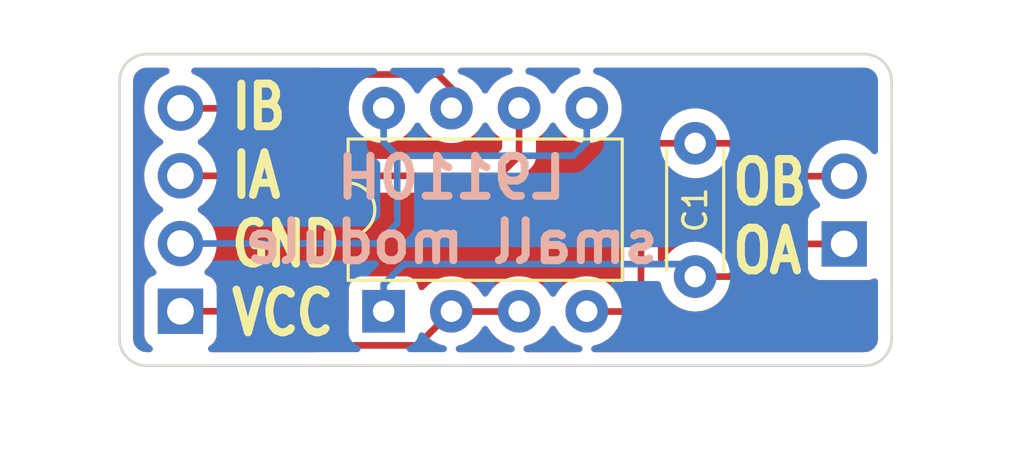
<source format=kicad_pcb>
(kicad_pcb (version 20211014) (generator pcbnew)
  (layers (0 "F.Cu" signal) (31 "B.Cu" signal) (34 "B.Paste" user) (35 "F.Paste" user) (36 "B.SilkS" user "B.Silkscreen") (37 "F.SilkS" user "F.Silkscreen") (38 "B.Mask" user) (39 "F.Mask" user) (44 "Edge.Cuts" user))
  (net 0 "")
  (net 1 "Net-(C1-Pad1)")
  (net 2 "Net-(C1-Pad2)")
  (net 3 "Net-(J1-Pad1)")
  (net 4 "Net-(J1-Pad2)")
  (net 5 "Net-(J1-Pad3)")
  (net 6 "Net-(J1-Pad4)")
  (footprint "Connector_PinHeader_2.54mm:PinHeader_1x04_P2.54mm_Vertical" (layer "F.Cu") (at 106.68 107.432 180)
    (fp_text reference "J1" hide)
    (fp_text value "Conn_01x04_Male")
    (pad "1" thru_hole rect (at 0 0 180) (size 1.7 1.7) (drill 1) (layers *.Cu *.Mask) (net 3 "Net-(J1-Pad1)"))
    (pad "2" thru_hole oval (at 0 2.54 180) (size 1.7 1.7) (drill 1) (layers *.Cu *.Mask) (net 4 "Net-(J1-Pad2)"))
    (pad "3" thru_hole oval (at 0 5.08 180) (size 1.7 1.7) (drill 1) (layers *.Cu *.Mask) (net 5 "Net-(J1-Pad3)"))
    (pad "4" thru_hole oval (at 0 7.62 180) (size 1.7 1.7) (drill 1) (layers *.Cu *.Mask) (net 6 "Net-(J1-Pad4)"))
  )
  (footprint "Capacitor_THT:C_Disc_D4.3mm_W1.9mm_P5.00mm" (layer "F.Cu") (at 125.984 106.132 90)
    (fp_text reference "C1" hide)
    (fp_text value "C")
    (fp_text user "${REFERENCE}" (at 2.5 0 90) (layer "F.SilkS") (effects (font (size 0.86 0.86) (thickness 0.129))))
    (fp_line (start 4.77 1.055) (end 4.77 1.07) (layer "F.SilkS") (width 0.12))
    (fp_line (start 0.23 1.07) (end 4.77 1.07) (layer "F.SilkS") (width 0.12))
    (fp_line (start 4.77 -1.07) (end 4.77 -1.055) (layer "F.SilkS") (width 0.12))
    (fp_line (start 0.23 -1.07) (end 0.23 -1.055) (layer "F.SilkS") (width 0.12))
    (fp_line (start 0.23 -1.07) (end 4.77 -1.07) (layer "F.SilkS") (width 0.12))
    (fp_line (start 0.23 1.055) (end 0.23 1.07) (layer "F.SilkS") (width 0.12))
    (pad "1" thru_hole circle (at 0 0 90) (size 1.6 1.6) (drill 0.8) (layers *.Cu *.Mask) (net 1 "Net-(C1-Pad1)"))
    (pad "2" thru_hole circle (at 5 0 90) (size 1.6 1.6) (drill 0.8) (layers *.Cu *.Mask) (net 2 "Net-(C1-Pad2)"))
  )
  (footprint "Package_DIP:DIP-8_W7.62mm" (layer "F.Cu") (at 114.3 107.432 90)
    (fp_text reference "U1" hide)
    (fp_text value "L9110H")
    (fp_line (start 6.46 -1.33) (end 4.81 -1.33) (layer "F.SilkS") (width 0.12))
    (fp_line (start 1.16 8.95) (end 6.46 8.95) (layer "F.SilkS") (width 0.12))
    (fp_line (start 1.16 -1.33) (end 1.16 8.95) (layer "F.SilkS") (width 0.12))
    (fp_line (start 6.46 8.95) (end 6.46 -1.33) (layer "F.SilkS") (width 0.12))
    (fp_line (start 2.81 -1.33) (end 1.16 -1.33) (layer "F.SilkS") (width 0.12))
    (fp_arc (start 4.81 -1.33) (mid 3.81 -0.33) (end 2.81 -1.33) (layer "F.SilkS") (width 0.12))
    (pad "1" thru_hole rect (at 0 0 90) (size 1.6 1.6) (drill 0.8) (layers *.Cu *.Mask) (net 1 "Net-(C1-Pad1)"))
    (pad "2" thru_hole oval (at 0 2.54 90) (size 1.6 1.6) (drill 0.8) (layers *.Cu *.Mask) (net 3 "Net-(J1-Pad1)"))
    (pad "3" thru_hole oval (at 0 5.08 90) (size 1.6 1.6) (drill 0.8) (layers *.Cu *.Mask) (net 3 "Net-(J1-Pad1)"))
    (pad "4" thru_hole oval (at 0 7.62 90) (size 1.6 1.6) (drill 0.8) (layers *.Cu *.Mask) (net 2 "Net-(C1-Pad2)"))
    (pad "5" thru_hole oval (at 7.62 7.62 90) (size 1.6 1.6) (drill 0.8) (layers *.Cu *.Mask) (net 4 "Net-(J1-Pad2)"))
    (pad "6" thru_hole oval (at 7.62 5.08 90) (size 1.6 1.6) (drill 0.8) (layers *.Cu *.Mask) (net 5 "Net-(J1-Pad3)"))
    (pad "7" thru_hole oval (at 7.62 2.54 90) (size 1.6 1.6) (drill 0.8) (layers *.Cu *.Mask) (net 6 "Net-(J1-Pad4)"))
    (pad "8" thru_hole oval (at 7.62 0 90) (size 1.6 1.6) (drill 0.8) (layers *.Cu *.Mask) (net 4 "Net-(J1-Pad2)"))
  )
  (footprint "Connector_PinHeader_2.54mm:PinHeader_1x02_P2.54mm_Vertical" (layer "F.Cu") (at 131.572 104.907 180)
    (fp_text reference "J2" hide)
    (fp_text value "Conn_01x02_Male")
    (pad "1" thru_hole rect (at 0 0 180) (size 1.7 1.7) (drill 1) (layers *.Cu *.Mask) (net 1 "Net-(C1-Pad1)"))
    (pad "2" thru_hole oval (at 0 2.54 180) (size 1.7 1.7) (drill 1) (layers *.Cu *.Mask) (net 2 "Net-(C1-Pad2)"))
  )
  (gr_line (start 132.334 97.79) (end 105.41 97.79) (layer "Edge.Cuts") (width 0.1))
  (gr_line (start 133.35 108.458) (end 133.35 98.806) (layer "Edge.Cuts") (width 0.1))
  (gr_line (start 105.41 109.474) (end 132.334 109.474) (layer "Edge.Cuts") (width 0.1))
  (gr_arc (start 105.41 109.474) (mid 104.69158 109.17642) (end 104.394 108.458) (layer "Edge.Cuts") (width 0.1))
  (gr_arc (start 132.334 97.79) (mid 133.05242 98.08758) (end 133.35 98.806) (layer "Edge.Cuts") (width 0.1))
  (gr_line (start 104.394 108.458) (end 104.394 98.806) (layer "Edge.Cuts") (width 0.1))
  (gr_arc (start 133.35 108.458) (mid 133.05242 109.17642) (end 132.334 109.474) (layer "Edge.Cuts") (width 0.1))
  (gr_arc (start 104.394 98.806) (mid 104.69158 98.08758) (end 105.41 97.79) (layer "Edge.Cuts") (width 0.1))
  (gr_text "L9110H\nsmall module" (at 116.84 103.632) (layer "B.SilkS") (effects (font (size 1.5 1.5) (thickness 0.3)) (justify mirror)))
  (gr_text "IB\nIA\nGND\nVCC" (at 108.458 103.632) (layer "F.SilkS") (effects (font (size 1.6 1.3) (thickness 0.3)) (justify left)))
  (gr_text "OB\nOA" (at 127.254 103.886) (layer "F.SilkS") (effects (font (size 1.6 1.3) (thickness 0.3)) (justify left)))
  (segment (start 125.984 106.132) (end 127.294 106.132) (width 0.25) (layer "F.Cu") (net 1))
  (segment (start 128.519 104.907) (end 131.572 104.907) (width 0.25) (layer "F.Cu") (net 1))
  (segment (start 127.294 106.132) (end 128.519 104.907) (width 0.25) (layer "F.Cu") (net 1))
  (segment (start 114.3 106.426) (end 114.3 107.442) (width 0.25) (layer "B.Cu") (net 1))
  (segment (start 115.062 105.664) (end 114.3 106.426) (width 0.25) (layer "B.Cu") (net 1))
  (segment (start 125.984 106.132) (end 125.516 105.664) (width 0.25) (layer "B.Cu") (net 1))
  (segment (start 125.516 105.664) (end 115.062 105.664) (width 0.25) (layer "B.Cu") (net 1))
  (segment (start 123.444 107.442) (end 123.952 106.934) (width 0.25) (layer "F.Cu") (net 2))
  (segment (start 125.984 101.132) (end 127.294 101.132) (width 0.25) (layer "F.Cu") (net 2))
  (segment (start 128.529 102.367) (end 131.572 102.367) (width 0.25) (layer "F.Cu") (net 2))
  (segment (start 127.294 101.132) (end 128.529 102.367) (width 0.25) (layer "F.Cu") (net 2))
  (segment (start 124.42 101.132) (end 125.984 101.132) (width 0.25) (layer "F.Cu") (net 2))
  (segment (start 123.952 101.6) (end 124.42 101.132) (width 0.25) (layer "F.Cu") (net 2))
  (segment (start 121.92 107.442) (end 123.444 107.442) (width 0.25) (layer "F.Cu") (net 2))
  (segment (start 123.952 106.934) (end 123.952 101.6) (width 0.25) (layer "F.Cu") (net 2))
  (segment (start 115.57 108.712) (end 112.776 108.712) (width 0.25) (layer "F.Cu") (net 3))
  (segment (start 112.776 108.712) (end 111.496 107.432) (width 0.25) (layer "F.Cu") (net 3))
  (segment (start 119.38 107.442) (end 116.84 107.442) (width 0.25) (layer "F.Cu") (net 3))
  (segment (start 116.84 107.442) (end 115.57 108.712) (width 0.25) (layer "F.Cu") (net 3))
  (segment (start 111.496 107.432) (end 106.68 107.432) (width 0.25) (layer "F.Cu") (net 3))
  (segment (start 114.808 104.14) (end 114.056 104.892) (width 0.25) (layer "B.Cu") (net 4))
  (segment (start 114.808 101.6) (end 114.3 101.092) (width 0.25) (layer "B.Cu") (net 4))
  (segment (start 121.412 101.6) (end 114.808 101.6) (width 0.25) (layer "B.Cu") (net 4))
  (segment (start 114.3 101.092) (end 114.3 99.822) (width 0.25) (layer "B.Cu") (net 4))
  (segment (start 121.92 99.822) (end 121.92 101.092) (width 0.25) (layer "B.Cu") (net 4))
  (segment (start 114.808 101.6) (end 114.808 104.14) (width 0.25) (layer "B.Cu") (net 4))
  (segment (start 121.92 101.092) (end 121.412 101.6) (width 0.25) (layer "B.Cu") (net 4))
  (segment (start 114.056 104.892) (end 106.68 104.892) (width 0.25) (layer "B.Cu") (net 4))
  (segment (start 119.38 99.822) (end 119.38 101.6) (width 0.25) (layer "F.Cu") (net 5))
  (segment (start 118.628 102.352) (end 106.68 102.352) (width 0.25) (layer "F.Cu") (net 5))
  (segment (start 119.38 101.6) (end 118.628 102.352) (width 0.25) (layer "F.Cu") (net 5))
  (segment (start 116.84 99.06) (end 116.332 98.552) (width 0.25) (layer "F.Cu") (net 6))
  (segment (start 112.776 98.552) (end 111.506 99.822) (width 0.25) (layer "F.Cu") (net 6))
  (segment (start 116.332 98.552) (end 112.776 98.552) (width 0.25) (layer "F.Cu") (net 6))
  (segment (start 106.69 99.822) (end 106.68 99.812) (width 0.25) (layer "F.Cu") (net 6))
  (segment (start 116.84 99.822) (end 116.84 99.06) (width 0.25) (layer "F.Cu") (net 6))
  (segment (start 111.506 99.822) (end 106.69 99.822) (width 0.25) (layer "F.Cu") (net 6))
  (zone (net 0) (net_name "") (layers F&B.Cu) (connect_pads (clearance 0.508)) (min_thickness 0.254) (fill yes (thermal_gap 0.508) (thermal_bridge_width 0.508))
    (polygon (pts (xy 135.636 112.776) (xy 102.616 112.776) (xy 102.616 95.758) (xy 135.636 95.758)))
  )
)
</source>
